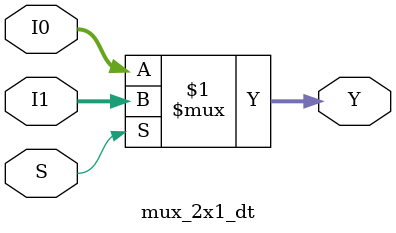
<source format=v>
module top_module(
    input [31:0] a,
    input [31:0] b,
    output [31:0] sum
);
    wire x;
    wire [15:0]y;
    wire [15:0]z;
    add16 a1(a[15:0],b[15:0],0,sum[15:0],x);
    add16 a2(a[31:16],b[31:16],0, y);
    add16 a3(a[31:16],b[31:16],1,z);
    mux_2x1_dt m1(y,z,x,sum[31:16]);

endmodule
module mux_2x1_dt(
    input [15:0]I0,I1,
    input S,
    output  [15:0]Y);
    assign Y = S?I1:I0;
                
endmodule


</source>
